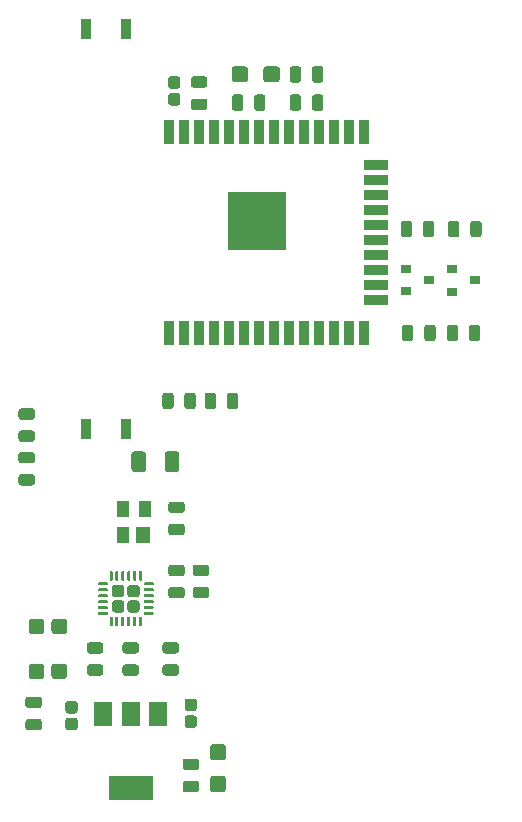
<source format=gbp>
G04 #@! TF.GenerationSoftware,KiCad,Pcbnew,(5.1.9)-1*
G04 #@! TF.CreationDate,2021-06-06T22:24:57-05:00*
G04 #@! TF.ProjectId,AirCloud,41697243-6c6f-4756-942e-6b696361645f,rev?*
G04 #@! TF.SameCoordinates,Original*
G04 #@! TF.FileFunction,Paste,Bot*
G04 #@! TF.FilePolarity,Positive*
%FSLAX46Y46*%
G04 Gerber Fmt 4.6, Leading zero omitted, Abs format (unit mm)*
G04 Created by KiCad (PCBNEW (5.1.9)-1) date 2021-06-06 22:24:57*
%MOMM*%
%LPD*%
G01*
G04 APERTURE LIST*
%ADD10R,0.900000X2.000000*%
%ADD11R,2.000000X0.900000*%
%ADD12R,5.000000X5.000000*%
%ADD13R,0.900000X1.700000*%
%ADD14R,0.900000X0.800000*%
%ADD15R,1.200000X1.400000*%
%ADD16R,1.000000X1.400000*%
%ADD17R,3.800000X2.000000*%
%ADD18R,1.500000X2.000000*%
G04 APERTURE END LIST*
D10*
X146745000Y-96100000D03*
X148015000Y-96100000D03*
X149285000Y-96100000D03*
X150555000Y-96100000D03*
X151825000Y-96100000D03*
X153095000Y-96100000D03*
X154365000Y-96100000D03*
X155635000Y-96100000D03*
X156905000Y-96100000D03*
X158175000Y-96100000D03*
X159445000Y-96100000D03*
X160715000Y-96100000D03*
X161985000Y-96100000D03*
X163255000Y-96100000D03*
D11*
X164255000Y-93315000D03*
X164255000Y-92045000D03*
X164255000Y-90775000D03*
X164255000Y-89505000D03*
X164255000Y-88235000D03*
X164255000Y-86965000D03*
X164255000Y-85695000D03*
X164255000Y-84425000D03*
X164255000Y-83155000D03*
X164255000Y-81885000D03*
D10*
X163255000Y-79100000D03*
X161985000Y-79100000D03*
X160715000Y-79100000D03*
X159445000Y-79100000D03*
X158175000Y-79100000D03*
X156905000Y-79100000D03*
X155635000Y-79100000D03*
X154365000Y-79100000D03*
X153095000Y-79100000D03*
X151825000Y-79100000D03*
X150555000Y-79100000D03*
X149285000Y-79100000D03*
X148015000Y-79100000D03*
X146745000Y-79100000D03*
D12*
X154245000Y-86600000D03*
G36*
G01*
X140043750Y-124150000D02*
X140956250Y-124150000D01*
G75*
G02*
X141200000Y-124393750I0J-243750D01*
G01*
X141200000Y-124881250D01*
G75*
G02*
X140956250Y-125125000I-243750J0D01*
G01*
X140043750Y-125125000D01*
G75*
G02*
X139800000Y-124881250I0J243750D01*
G01*
X139800000Y-124393750D01*
G75*
G02*
X140043750Y-124150000I243750J0D01*
G01*
G37*
G36*
G01*
X140043750Y-122275000D02*
X140956250Y-122275000D01*
G75*
G02*
X141200000Y-122518750I0J-243750D01*
G01*
X141200000Y-123006250D01*
G75*
G02*
X140956250Y-123250000I-243750J0D01*
G01*
X140043750Y-123250000D01*
G75*
G02*
X139800000Y-123006250I0J243750D01*
G01*
X139800000Y-122518750D01*
G75*
G02*
X140043750Y-122275000I243750J0D01*
G01*
G37*
G36*
G01*
X171250000Y-95643750D02*
X171250000Y-96556250D01*
G75*
G02*
X171006250Y-96800000I-243750J0D01*
G01*
X170518750Y-96800000D01*
G75*
G02*
X170275000Y-96556250I0J243750D01*
G01*
X170275000Y-95643750D01*
G75*
G02*
X170518750Y-95400000I243750J0D01*
G01*
X171006250Y-95400000D01*
G75*
G02*
X171250000Y-95643750I0J-243750D01*
G01*
G37*
G36*
G01*
X173125000Y-95643750D02*
X173125000Y-96556250D01*
G75*
G02*
X172881250Y-96800000I-243750J0D01*
G01*
X172393750Y-96800000D01*
G75*
G02*
X172150000Y-96556250I0J243750D01*
G01*
X172150000Y-95643750D01*
G75*
G02*
X172393750Y-95400000I243750J0D01*
G01*
X172881250Y-95400000D01*
G75*
G02*
X173125000Y-95643750I0J-243750D01*
G01*
G37*
G36*
G01*
X168250000Y-87756250D02*
X168250000Y-86843750D01*
G75*
G02*
X168493750Y-86600000I243750J0D01*
G01*
X168981250Y-86600000D01*
G75*
G02*
X169225000Y-86843750I0J-243750D01*
G01*
X169225000Y-87756250D01*
G75*
G02*
X168981250Y-88000000I-243750J0D01*
G01*
X168493750Y-88000000D01*
G75*
G02*
X168250000Y-87756250I0J243750D01*
G01*
G37*
G36*
G01*
X166375000Y-87756250D02*
X166375000Y-86843750D01*
G75*
G02*
X166618750Y-86600000I243750J0D01*
G01*
X167106250Y-86600000D01*
G75*
G02*
X167350000Y-86843750I0J-243750D01*
G01*
X167350000Y-87756250D01*
G75*
G02*
X167106250Y-88000000I-243750J0D01*
G01*
X166618750Y-88000000D01*
G75*
G02*
X166375000Y-87756250I0J243750D01*
G01*
G37*
D13*
X143100000Y-70400000D03*
X139700000Y-70400000D03*
G36*
G01*
X134843750Y-126895000D02*
X135756250Y-126895000D01*
G75*
G02*
X136000000Y-127138750I0J-243750D01*
G01*
X136000000Y-127626250D01*
G75*
G02*
X135756250Y-127870000I-243750J0D01*
G01*
X134843750Y-127870000D01*
G75*
G02*
X134600000Y-127626250I0J243750D01*
G01*
X134600000Y-127138750D01*
G75*
G02*
X134843750Y-126895000I243750J0D01*
G01*
G37*
G36*
G01*
X134843750Y-128770000D02*
X135756250Y-128770000D01*
G75*
G02*
X136000000Y-129013750I0J-243750D01*
G01*
X136000000Y-129501250D01*
G75*
G02*
X135756250Y-129745000I-243750J0D01*
G01*
X134843750Y-129745000D01*
G75*
G02*
X134600000Y-129501250I0J243750D01*
G01*
X134600000Y-129013750D01*
G75*
G02*
X134843750Y-128770000I243750J0D01*
G01*
G37*
G36*
G01*
X138224999Y-128675000D02*
X138775001Y-128675000D01*
G75*
G02*
X139025000Y-128924999I0J-249999D01*
G01*
X139025000Y-129500001D01*
G75*
G02*
X138775001Y-129750000I-249999J0D01*
G01*
X138224999Y-129750000D01*
G75*
G02*
X137975000Y-129500001I0J249999D01*
G01*
X137975000Y-128924999D01*
G75*
G02*
X138224999Y-128675000I249999J0D01*
G01*
G37*
G36*
G01*
X138224999Y-127250000D02*
X138775001Y-127250000D01*
G75*
G02*
X139025000Y-127499999I0J-249999D01*
G01*
X139025000Y-128075001D01*
G75*
G02*
X138775001Y-128325000I-249999J0D01*
G01*
X138224999Y-128325000D01*
G75*
G02*
X137975000Y-128075001I0J249999D01*
G01*
X137975000Y-127499999D01*
G75*
G02*
X138224999Y-127250000I249999J0D01*
G01*
G37*
G36*
G01*
X148143750Y-134015000D02*
X149056250Y-134015000D01*
G75*
G02*
X149300000Y-134258750I0J-243750D01*
G01*
X149300000Y-134746250D01*
G75*
G02*
X149056250Y-134990000I-243750J0D01*
G01*
X148143750Y-134990000D01*
G75*
G02*
X147900000Y-134746250I0J243750D01*
G01*
X147900000Y-134258750D01*
G75*
G02*
X148143750Y-134015000I243750J0D01*
G01*
G37*
G36*
G01*
X148143750Y-132140000D02*
X149056250Y-132140000D01*
G75*
G02*
X149300000Y-132383750I0J-243750D01*
G01*
X149300000Y-132871250D01*
G75*
G02*
X149056250Y-133115000I-243750J0D01*
G01*
X148143750Y-133115000D01*
G75*
G02*
X147900000Y-132871250I0J243750D01*
G01*
X147900000Y-132383750D01*
G75*
G02*
X148143750Y-132140000I243750J0D01*
G01*
G37*
G36*
G01*
X150474999Y-133595000D02*
X151325001Y-133595000D01*
G75*
G02*
X151575000Y-133844999I0J-249999D01*
G01*
X151575000Y-134745001D01*
G75*
G02*
X151325001Y-134995000I-249999J0D01*
G01*
X150474999Y-134995000D01*
G75*
G02*
X150225000Y-134745001I0J249999D01*
G01*
X150225000Y-133844999D01*
G75*
G02*
X150474999Y-133595000I249999J0D01*
G01*
G37*
G36*
G01*
X150474999Y-130895000D02*
X151325001Y-130895000D01*
G75*
G02*
X151575000Y-131144999I0J-249999D01*
G01*
X151575000Y-132045001D01*
G75*
G02*
X151325001Y-132295000I-249999J0D01*
G01*
X150474999Y-132295000D01*
G75*
G02*
X150225000Y-132045001I0J249999D01*
G01*
X150225000Y-131144999D01*
G75*
G02*
X150474999Y-130895000I249999J0D01*
G01*
G37*
G36*
G01*
X169325000Y-95643750D02*
X169325000Y-96556250D01*
G75*
G02*
X169081250Y-96800000I-243750J0D01*
G01*
X168593750Y-96800000D01*
G75*
G02*
X168350000Y-96556250I0J243750D01*
G01*
X168350000Y-95643750D01*
G75*
G02*
X168593750Y-95400000I243750J0D01*
G01*
X169081250Y-95400000D01*
G75*
G02*
X169325000Y-95643750I0J-243750D01*
G01*
G37*
G36*
G01*
X167450000Y-95643750D02*
X167450000Y-96556250D01*
G75*
G02*
X167206250Y-96800000I-243750J0D01*
G01*
X166718750Y-96800000D01*
G75*
G02*
X166475000Y-96556250I0J243750D01*
G01*
X166475000Y-95643750D01*
G75*
G02*
X166718750Y-95400000I243750J0D01*
G01*
X167206250Y-95400000D01*
G75*
G02*
X167450000Y-95643750I0J-243750D01*
G01*
G37*
G36*
G01*
X171350000Y-86843750D02*
X171350000Y-87756250D01*
G75*
G02*
X171106250Y-88000000I-243750J0D01*
G01*
X170618750Y-88000000D01*
G75*
G02*
X170375000Y-87756250I0J243750D01*
G01*
X170375000Y-86843750D01*
G75*
G02*
X170618750Y-86600000I243750J0D01*
G01*
X171106250Y-86600000D01*
G75*
G02*
X171350000Y-86843750I0J-243750D01*
G01*
G37*
G36*
G01*
X173225000Y-86843750D02*
X173225000Y-87756250D01*
G75*
G02*
X172981250Y-88000000I-243750J0D01*
G01*
X172493750Y-88000000D01*
G75*
G02*
X172250000Y-87756250I0J243750D01*
G01*
X172250000Y-86843750D01*
G75*
G02*
X172493750Y-86600000I243750J0D01*
G01*
X172981250Y-86600000D01*
G75*
G02*
X173225000Y-86843750I0J-243750D01*
G01*
G37*
G36*
G01*
X149756250Y-75350000D02*
X148843750Y-75350000D01*
G75*
G02*
X148600000Y-75106250I0J243750D01*
G01*
X148600000Y-74618750D01*
G75*
G02*
X148843750Y-74375000I243750J0D01*
G01*
X149756250Y-74375000D01*
G75*
G02*
X150000000Y-74618750I0J-243750D01*
G01*
X150000000Y-75106250D01*
G75*
G02*
X149756250Y-75350000I-243750J0D01*
G01*
G37*
G36*
G01*
X149756250Y-77225000D02*
X148843750Y-77225000D01*
G75*
G02*
X148600000Y-76981250I0J243750D01*
G01*
X148600000Y-76493750D01*
G75*
G02*
X148843750Y-76250000I243750J0D01*
G01*
X149756250Y-76250000D01*
G75*
G02*
X150000000Y-76493750I0J-243750D01*
G01*
X150000000Y-76981250D01*
G75*
G02*
X149756250Y-77225000I-243750J0D01*
G01*
G37*
G36*
G01*
X156975000Y-77056250D02*
X156975000Y-76143750D01*
G75*
G02*
X157218750Y-75900000I243750J0D01*
G01*
X157706250Y-75900000D01*
G75*
G02*
X157950000Y-76143750I0J-243750D01*
G01*
X157950000Y-77056250D01*
G75*
G02*
X157706250Y-77300000I-243750J0D01*
G01*
X157218750Y-77300000D01*
G75*
G02*
X156975000Y-77056250I0J243750D01*
G01*
G37*
G36*
G01*
X158850000Y-77056250D02*
X158850000Y-76143750D01*
G75*
G02*
X159093750Y-75900000I243750J0D01*
G01*
X159581250Y-75900000D01*
G75*
G02*
X159825000Y-76143750I0J-243750D01*
G01*
X159825000Y-77056250D01*
G75*
G02*
X159581250Y-77300000I-243750J0D01*
G01*
X159093750Y-77300000D01*
G75*
G02*
X158850000Y-77056250I0J243750D01*
G01*
G37*
G36*
G01*
X156150000Y-73774999D02*
X156150000Y-74625001D01*
G75*
G02*
X155900001Y-74875000I-249999J0D01*
G01*
X154999999Y-74875000D01*
G75*
G02*
X154750000Y-74625001I0J249999D01*
G01*
X154750000Y-73774999D01*
G75*
G02*
X154999999Y-73525000I249999J0D01*
G01*
X155900001Y-73525000D01*
G75*
G02*
X156150000Y-73774999I0J-249999D01*
G01*
G37*
G36*
G01*
X153450000Y-73774999D02*
X153450000Y-74625001D01*
G75*
G02*
X153200001Y-74875000I-249999J0D01*
G01*
X152299999Y-74875000D01*
G75*
G02*
X152050000Y-74625001I0J249999D01*
G01*
X152050000Y-73774999D01*
G75*
G02*
X152299999Y-73525000I249999J0D01*
G01*
X153200001Y-73525000D01*
G75*
G02*
X153450000Y-73774999I0J-249999D01*
G01*
G37*
G36*
G01*
X158850000Y-74656250D02*
X158850000Y-73743750D01*
G75*
G02*
X159093750Y-73500000I243750J0D01*
G01*
X159581250Y-73500000D01*
G75*
G02*
X159825000Y-73743750I0J-243750D01*
G01*
X159825000Y-74656250D01*
G75*
G02*
X159581250Y-74900000I-243750J0D01*
G01*
X159093750Y-74900000D01*
G75*
G02*
X158850000Y-74656250I0J243750D01*
G01*
G37*
G36*
G01*
X156975000Y-74656250D02*
X156975000Y-73743750D01*
G75*
G02*
X157218750Y-73500000I243750J0D01*
G01*
X157706250Y-73500000D01*
G75*
G02*
X157950000Y-73743750I0J-243750D01*
G01*
X157950000Y-74656250D01*
G75*
G02*
X157706250Y-74900000I-243750J0D01*
G01*
X157218750Y-74900000D01*
G75*
G02*
X156975000Y-74656250I0J243750D01*
G01*
G37*
G36*
G01*
X147475001Y-76850000D02*
X146924999Y-76850000D01*
G75*
G02*
X146675000Y-76600001I0J249999D01*
G01*
X146675000Y-76024999D01*
G75*
G02*
X146924999Y-75775000I249999J0D01*
G01*
X147475001Y-75775000D01*
G75*
G02*
X147725000Y-76024999I0J-249999D01*
G01*
X147725000Y-76600001D01*
G75*
G02*
X147475001Y-76850000I-249999J0D01*
G01*
G37*
G36*
G01*
X147475001Y-75425000D02*
X146924999Y-75425000D01*
G75*
G02*
X146675000Y-75175001I0J249999D01*
G01*
X146675000Y-74599999D01*
G75*
G02*
X146924999Y-74350000I249999J0D01*
G01*
X147475001Y-74350000D01*
G75*
G02*
X147725000Y-74599999I0J-249999D01*
G01*
X147725000Y-75175001D01*
G75*
G02*
X147475001Y-75425000I-249999J0D01*
G01*
G37*
G36*
G01*
X138125000Y-120550000D02*
X138125000Y-121350000D01*
G75*
G02*
X137875000Y-121600000I-250000J0D01*
G01*
X137050000Y-121600000D01*
G75*
G02*
X136800000Y-121350000I0J250000D01*
G01*
X136800000Y-120550000D01*
G75*
G02*
X137050000Y-120300000I250000J0D01*
G01*
X137875000Y-120300000D01*
G75*
G02*
X138125000Y-120550000I0J-250000D01*
G01*
G37*
G36*
G01*
X136200000Y-120550000D02*
X136200000Y-121350000D01*
G75*
G02*
X135950000Y-121600000I-250000J0D01*
G01*
X135125000Y-121600000D01*
G75*
G02*
X134875000Y-121350000I0J250000D01*
G01*
X134875000Y-120550000D01*
G75*
G02*
X135125000Y-120300000I250000J0D01*
G01*
X135950000Y-120300000D01*
G75*
G02*
X136200000Y-120550000I0J-250000D01*
G01*
G37*
G36*
G01*
X147625000Y-106375000D02*
X147625000Y-107625000D01*
G75*
G02*
X147375000Y-107875000I-250000J0D01*
G01*
X146625000Y-107875000D01*
G75*
G02*
X146375000Y-107625000I0J250000D01*
G01*
X146375000Y-106375000D01*
G75*
G02*
X146625000Y-106125000I250000J0D01*
G01*
X147375000Y-106125000D01*
G75*
G02*
X147625000Y-106375000I0J-250000D01*
G01*
G37*
G36*
G01*
X144825000Y-106375000D02*
X144825000Y-107625000D01*
G75*
G02*
X144575000Y-107875000I-250000J0D01*
G01*
X143825000Y-107875000D01*
G75*
G02*
X143575000Y-107625000I0J250000D01*
G01*
X143575000Y-106375000D01*
G75*
G02*
X143825000Y-106125000I250000J0D01*
G01*
X144575000Y-106125000D01*
G75*
G02*
X144825000Y-106375000I0J-250000D01*
G01*
G37*
D14*
X172700000Y-91650000D03*
X170700000Y-90700000D03*
X170700000Y-92600000D03*
X166800000Y-92550000D03*
X166800000Y-90650000D03*
X168800000Y-91600000D03*
G36*
G01*
X142174999Y-117425000D02*
X142725001Y-117425000D01*
G75*
G02*
X142975000Y-117674999I0J-249999D01*
G01*
X142975000Y-118225001D01*
G75*
G02*
X142725001Y-118475000I-249999J0D01*
G01*
X142174999Y-118475000D01*
G75*
G02*
X141925000Y-118225001I0J249999D01*
G01*
X141925000Y-117674999D01*
G75*
G02*
X142174999Y-117425000I249999J0D01*
G01*
G37*
G36*
G01*
X143474999Y-117425000D02*
X144025001Y-117425000D01*
G75*
G02*
X144275000Y-117674999I0J-249999D01*
G01*
X144275000Y-118225001D01*
G75*
G02*
X144025001Y-118475000I-249999J0D01*
G01*
X143474999Y-118475000D01*
G75*
G02*
X143225000Y-118225001I0J249999D01*
G01*
X143225000Y-117674999D01*
G75*
G02*
X143474999Y-117425000I249999J0D01*
G01*
G37*
G36*
G01*
X142174999Y-118725000D02*
X142725001Y-118725000D01*
G75*
G02*
X142975000Y-118974999I0J-249999D01*
G01*
X142975000Y-119525001D01*
G75*
G02*
X142725001Y-119775000I-249999J0D01*
G01*
X142174999Y-119775000D01*
G75*
G02*
X141925000Y-119525001I0J249999D01*
G01*
X141925000Y-118974999D01*
G75*
G02*
X142174999Y-118725000I249999J0D01*
G01*
G37*
G36*
G01*
X143474999Y-118725000D02*
X144025001Y-118725000D01*
G75*
G02*
X144275000Y-118974999I0J-249999D01*
G01*
X144275000Y-119525001D01*
G75*
G02*
X144025001Y-119775000I-249999J0D01*
G01*
X143474999Y-119775000D01*
G75*
G02*
X143225000Y-119525001I0J249999D01*
G01*
X143225000Y-118974999D01*
G75*
G02*
X143474999Y-118725000I249999J0D01*
G01*
G37*
G36*
G01*
X141787500Y-116250000D02*
X141912500Y-116250000D01*
G75*
G02*
X141975000Y-116312500I0J-62500D01*
G01*
X141975000Y-117012500D01*
G75*
G02*
X141912500Y-117075000I-62500J0D01*
G01*
X141787500Y-117075000D01*
G75*
G02*
X141725000Y-117012500I0J62500D01*
G01*
X141725000Y-116312500D01*
G75*
G02*
X141787500Y-116250000I62500J0D01*
G01*
G37*
G36*
G01*
X142287500Y-116250000D02*
X142412500Y-116250000D01*
G75*
G02*
X142475000Y-116312500I0J-62500D01*
G01*
X142475000Y-117012500D01*
G75*
G02*
X142412500Y-117075000I-62500J0D01*
G01*
X142287500Y-117075000D01*
G75*
G02*
X142225000Y-117012500I0J62500D01*
G01*
X142225000Y-116312500D01*
G75*
G02*
X142287500Y-116250000I62500J0D01*
G01*
G37*
G36*
G01*
X142787500Y-116250000D02*
X142912500Y-116250000D01*
G75*
G02*
X142975000Y-116312500I0J-62500D01*
G01*
X142975000Y-117012500D01*
G75*
G02*
X142912500Y-117075000I-62500J0D01*
G01*
X142787500Y-117075000D01*
G75*
G02*
X142725000Y-117012500I0J62500D01*
G01*
X142725000Y-116312500D01*
G75*
G02*
X142787500Y-116250000I62500J0D01*
G01*
G37*
G36*
G01*
X143287500Y-116250000D02*
X143412500Y-116250000D01*
G75*
G02*
X143475000Y-116312500I0J-62500D01*
G01*
X143475000Y-117012500D01*
G75*
G02*
X143412500Y-117075000I-62500J0D01*
G01*
X143287500Y-117075000D01*
G75*
G02*
X143225000Y-117012500I0J62500D01*
G01*
X143225000Y-116312500D01*
G75*
G02*
X143287500Y-116250000I62500J0D01*
G01*
G37*
G36*
G01*
X143787500Y-116250000D02*
X143912500Y-116250000D01*
G75*
G02*
X143975000Y-116312500I0J-62500D01*
G01*
X143975000Y-117012500D01*
G75*
G02*
X143912500Y-117075000I-62500J0D01*
G01*
X143787500Y-117075000D01*
G75*
G02*
X143725000Y-117012500I0J62500D01*
G01*
X143725000Y-116312500D01*
G75*
G02*
X143787500Y-116250000I62500J0D01*
G01*
G37*
G36*
G01*
X144287500Y-116250000D02*
X144412500Y-116250000D01*
G75*
G02*
X144475000Y-116312500I0J-62500D01*
G01*
X144475000Y-117012500D01*
G75*
G02*
X144412500Y-117075000I-62500J0D01*
G01*
X144287500Y-117075000D01*
G75*
G02*
X144225000Y-117012500I0J62500D01*
G01*
X144225000Y-116312500D01*
G75*
G02*
X144287500Y-116250000I62500J0D01*
G01*
G37*
G36*
G01*
X144687500Y-117225000D02*
X145387500Y-117225000D01*
G75*
G02*
X145450000Y-117287500I0J-62500D01*
G01*
X145450000Y-117412500D01*
G75*
G02*
X145387500Y-117475000I-62500J0D01*
G01*
X144687500Y-117475000D01*
G75*
G02*
X144625000Y-117412500I0J62500D01*
G01*
X144625000Y-117287500D01*
G75*
G02*
X144687500Y-117225000I62500J0D01*
G01*
G37*
G36*
G01*
X144687500Y-117725000D02*
X145387500Y-117725000D01*
G75*
G02*
X145450000Y-117787500I0J-62500D01*
G01*
X145450000Y-117912500D01*
G75*
G02*
X145387500Y-117975000I-62500J0D01*
G01*
X144687500Y-117975000D01*
G75*
G02*
X144625000Y-117912500I0J62500D01*
G01*
X144625000Y-117787500D01*
G75*
G02*
X144687500Y-117725000I62500J0D01*
G01*
G37*
G36*
G01*
X144687500Y-118225000D02*
X145387500Y-118225000D01*
G75*
G02*
X145450000Y-118287500I0J-62500D01*
G01*
X145450000Y-118412500D01*
G75*
G02*
X145387500Y-118475000I-62500J0D01*
G01*
X144687500Y-118475000D01*
G75*
G02*
X144625000Y-118412500I0J62500D01*
G01*
X144625000Y-118287500D01*
G75*
G02*
X144687500Y-118225000I62500J0D01*
G01*
G37*
G36*
G01*
X144687500Y-118725000D02*
X145387500Y-118725000D01*
G75*
G02*
X145450000Y-118787500I0J-62500D01*
G01*
X145450000Y-118912500D01*
G75*
G02*
X145387500Y-118975000I-62500J0D01*
G01*
X144687500Y-118975000D01*
G75*
G02*
X144625000Y-118912500I0J62500D01*
G01*
X144625000Y-118787500D01*
G75*
G02*
X144687500Y-118725000I62500J0D01*
G01*
G37*
G36*
G01*
X144687500Y-119225000D02*
X145387500Y-119225000D01*
G75*
G02*
X145450000Y-119287500I0J-62500D01*
G01*
X145450000Y-119412500D01*
G75*
G02*
X145387500Y-119475000I-62500J0D01*
G01*
X144687500Y-119475000D01*
G75*
G02*
X144625000Y-119412500I0J62500D01*
G01*
X144625000Y-119287500D01*
G75*
G02*
X144687500Y-119225000I62500J0D01*
G01*
G37*
G36*
G01*
X144687500Y-119725000D02*
X145387500Y-119725000D01*
G75*
G02*
X145450000Y-119787500I0J-62500D01*
G01*
X145450000Y-119912500D01*
G75*
G02*
X145387500Y-119975000I-62500J0D01*
G01*
X144687500Y-119975000D01*
G75*
G02*
X144625000Y-119912500I0J62500D01*
G01*
X144625000Y-119787500D01*
G75*
G02*
X144687500Y-119725000I62500J0D01*
G01*
G37*
G36*
G01*
X144287500Y-120125000D02*
X144412500Y-120125000D01*
G75*
G02*
X144475000Y-120187500I0J-62500D01*
G01*
X144475000Y-120887500D01*
G75*
G02*
X144412500Y-120950000I-62500J0D01*
G01*
X144287500Y-120950000D01*
G75*
G02*
X144225000Y-120887500I0J62500D01*
G01*
X144225000Y-120187500D01*
G75*
G02*
X144287500Y-120125000I62500J0D01*
G01*
G37*
G36*
G01*
X143787500Y-120125000D02*
X143912500Y-120125000D01*
G75*
G02*
X143975000Y-120187500I0J-62500D01*
G01*
X143975000Y-120887500D01*
G75*
G02*
X143912500Y-120950000I-62500J0D01*
G01*
X143787500Y-120950000D01*
G75*
G02*
X143725000Y-120887500I0J62500D01*
G01*
X143725000Y-120187500D01*
G75*
G02*
X143787500Y-120125000I62500J0D01*
G01*
G37*
G36*
G01*
X143287500Y-120125000D02*
X143412500Y-120125000D01*
G75*
G02*
X143475000Y-120187500I0J-62500D01*
G01*
X143475000Y-120887500D01*
G75*
G02*
X143412500Y-120950000I-62500J0D01*
G01*
X143287500Y-120950000D01*
G75*
G02*
X143225000Y-120887500I0J62500D01*
G01*
X143225000Y-120187500D01*
G75*
G02*
X143287500Y-120125000I62500J0D01*
G01*
G37*
G36*
G01*
X142787500Y-120125000D02*
X142912500Y-120125000D01*
G75*
G02*
X142975000Y-120187500I0J-62500D01*
G01*
X142975000Y-120887500D01*
G75*
G02*
X142912500Y-120950000I-62500J0D01*
G01*
X142787500Y-120950000D01*
G75*
G02*
X142725000Y-120887500I0J62500D01*
G01*
X142725000Y-120187500D01*
G75*
G02*
X142787500Y-120125000I62500J0D01*
G01*
G37*
G36*
G01*
X142287500Y-120125000D02*
X142412500Y-120125000D01*
G75*
G02*
X142475000Y-120187500I0J-62500D01*
G01*
X142475000Y-120887500D01*
G75*
G02*
X142412500Y-120950000I-62500J0D01*
G01*
X142287500Y-120950000D01*
G75*
G02*
X142225000Y-120887500I0J62500D01*
G01*
X142225000Y-120187500D01*
G75*
G02*
X142287500Y-120125000I62500J0D01*
G01*
G37*
G36*
G01*
X141787500Y-120125000D02*
X141912500Y-120125000D01*
G75*
G02*
X141975000Y-120187500I0J-62500D01*
G01*
X141975000Y-120887500D01*
G75*
G02*
X141912500Y-120950000I-62500J0D01*
G01*
X141787500Y-120950000D01*
G75*
G02*
X141725000Y-120887500I0J62500D01*
G01*
X141725000Y-120187500D01*
G75*
G02*
X141787500Y-120125000I62500J0D01*
G01*
G37*
G36*
G01*
X140812500Y-119725000D02*
X141512500Y-119725000D01*
G75*
G02*
X141575000Y-119787500I0J-62500D01*
G01*
X141575000Y-119912500D01*
G75*
G02*
X141512500Y-119975000I-62500J0D01*
G01*
X140812500Y-119975000D01*
G75*
G02*
X140750000Y-119912500I0J62500D01*
G01*
X140750000Y-119787500D01*
G75*
G02*
X140812500Y-119725000I62500J0D01*
G01*
G37*
G36*
G01*
X140812500Y-119225000D02*
X141512500Y-119225000D01*
G75*
G02*
X141575000Y-119287500I0J-62500D01*
G01*
X141575000Y-119412500D01*
G75*
G02*
X141512500Y-119475000I-62500J0D01*
G01*
X140812500Y-119475000D01*
G75*
G02*
X140750000Y-119412500I0J62500D01*
G01*
X140750000Y-119287500D01*
G75*
G02*
X140812500Y-119225000I62500J0D01*
G01*
G37*
G36*
G01*
X140812500Y-118725000D02*
X141512500Y-118725000D01*
G75*
G02*
X141575000Y-118787500I0J-62500D01*
G01*
X141575000Y-118912500D01*
G75*
G02*
X141512500Y-118975000I-62500J0D01*
G01*
X140812500Y-118975000D01*
G75*
G02*
X140750000Y-118912500I0J62500D01*
G01*
X140750000Y-118787500D01*
G75*
G02*
X140812500Y-118725000I62500J0D01*
G01*
G37*
G36*
G01*
X140812500Y-118225000D02*
X141512500Y-118225000D01*
G75*
G02*
X141575000Y-118287500I0J-62500D01*
G01*
X141575000Y-118412500D01*
G75*
G02*
X141512500Y-118475000I-62500J0D01*
G01*
X140812500Y-118475000D01*
G75*
G02*
X140750000Y-118412500I0J62500D01*
G01*
X140750000Y-118287500D01*
G75*
G02*
X140812500Y-118225000I62500J0D01*
G01*
G37*
G36*
G01*
X140812500Y-117725000D02*
X141512500Y-117725000D01*
G75*
G02*
X141575000Y-117787500I0J-62500D01*
G01*
X141575000Y-117912500D01*
G75*
G02*
X141512500Y-117975000I-62500J0D01*
G01*
X140812500Y-117975000D01*
G75*
G02*
X140750000Y-117912500I0J62500D01*
G01*
X140750000Y-117787500D01*
G75*
G02*
X140812500Y-117725000I62500J0D01*
G01*
G37*
G36*
G01*
X140812500Y-117225000D02*
X141512500Y-117225000D01*
G75*
G02*
X141575000Y-117287500I0J-62500D01*
G01*
X141575000Y-117412500D01*
G75*
G02*
X141512500Y-117475000I-62500J0D01*
G01*
X140812500Y-117475000D01*
G75*
G02*
X140750000Y-117412500I0J62500D01*
G01*
X140750000Y-117287500D01*
G75*
G02*
X140812500Y-117225000I62500J0D01*
G01*
G37*
G36*
G01*
X135156250Y-109025000D02*
X134243750Y-109025000D01*
G75*
G02*
X134000000Y-108781250I0J243750D01*
G01*
X134000000Y-108293750D01*
G75*
G02*
X134243750Y-108050000I243750J0D01*
G01*
X135156250Y-108050000D01*
G75*
G02*
X135400000Y-108293750I0J-243750D01*
G01*
X135400000Y-108781250D01*
G75*
G02*
X135156250Y-109025000I-243750J0D01*
G01*
G37*
G36*
G01*
X135156250Y-107150000D02*
X134243750Y-107150000D01*
G75*
G02*
X134000000Y-106906250I0J243750D01*
G01*
X134000000Y-106418750D01*
G75*
G02*
X134243750Y-106175000I243750J0D01*
G01*
X135156250Y-106175000D01*
G75*
G02*
X135400000Y-106418750I0J-243750D01*
G01*
X135400000Y-106906250D01*
G75*
G02*
X135156250Y-107150000I-243750J0D01*
G01*
G37*
G36*
G01*
X148875001Y-129550000D02*
X148324999Y-129550000D01*
G75*
G02*
X148075000Y-129300001I0J249999D01*
G01*
X148075000Y-128724999D01*
G75*
G02*
X148324999Y-128475000I249999J0D01*
G01*
X148875001Y-128475000D01*
G75*
G02*
X149125000Y-128724999I0J-249999D01*
G01*
X149125000Y-129300001D01*
G75*
G02*
X148875001Y-129550000I-249999J0D01*
G01*
G37*
G36*
G01*
X148875001Y-128125000D02*
X148324999Y-128125000D01*
G75*
G02*
X148075000Y-127875001I0J249999D01*
G01*
X148075000Y-127299999D01*
G75*
G02*
X148324999Y-127050000I249999J0D01*
G01*
X148875001Y-127050000D01*
G75*
G02*
X149125000Y-127299999I0J-249999D01*
G01*
X149125000Y-127875001D01*
G75*
G02*
X148875001Y-128125000I-249999J0D01*
G01*
G37*
G36*
G01*
X138125000Y-124350000D02*
X138125000Y-125150000D01*
G75*
G02*
X137875000Y-125400000I-250000J0D01*
G01*
X137050000Y-125400000D01*
G75*
G02*
X136800000Y-125150000I0J250000D01*
G01*
X136800000Y-124350000D01*
G75*
G02*
X137050000Y-124100000I250000J0D01*
G01*
X137875000Y-124100000D01*
G75*
G02*
X138125000Y-124350000I0J-250000D01*
G01*
G37*
G36*
G01*
X136200000Y-124350000D02*
X136200000Y-125150000D01*
G75*
G02*
X135950000Y-125400000I-250000J0D01*
G01*
X135125000Y-125400000D01*
G75*
G02*
X134875000Y-125150000I0J250000D01*
G01*
X134875000Y-124350000D01*
G75*
G02*
X135125000Y-124100000I250000J0D01*
G01*
X135950000Y-124100000D01*
G75*
G02*
X136200000Y-124350000I0J-250000D01*
G01*
G37*
D15*
X144570000Y-113200000D03*
D16*
X142850000Y-113200000D03*
X142850000Y-111000000D03*
X144750000Y-111000000D03*
G36*
G01*
X148993750Y-115712500D02*
X149906250Y-115712500D01*
G75*
G02*
X150150000Y-115956250I0J-243750D01*
G01*
X150150000Y-116443750D01*
G75*
G02*
X149906250Y-116687500I-243750J0D01*
G01*
X148993750Y-116687500D01*
G75*
G02*
X148750000Y-116443750I0J243750D01*
G01*
X148750000Y-115956250D01*
G75*
G02*
X148993750Y-115712500I243750J0D01*
G01*
G37*
G36*
G01*
X148993750Y-117587500D02*
X149906250Y-117587500D01*
G75*
G02*
X150150000Y-117831250I0J-243750D01*
G01*
X150150000Y-118318750D01*
G75*
G02*
X149906250Y-118562500I-243750J0D01*
G01*
X148993750Y-118562500D01*
G75*
G02*
X148750000Y-118318750I0J243750D01*
G01*
X148750000Y-117831250D01*
G75*
G02*
X148993750Y-117587500I243750J0D01*
G01*
G37*
G36*
G01*
X147856250Y-113225000D02*
X146943750Y-113225000D01*
G75*
G02*
X146700000Y-112981250I0J243750D01*
G01*
X146700000Y-112493750D01*
G75*
G02*
X146943750Y-112250000I243750J0D01*
G01*
X147856250Y-112250000D01*
G75*
G02*
X148100000Y-112493750I0J-243750D01*
G01*
X148100000Y-112981250D01*
G75*
G02*
X147856250Y-113225000I-243750J0D01*
G01*
G37*
G36*
G01*
X147856250Y-111350000D02*
X146943750Y-111350000D01*
G75*
G02*
X146700000Y-111106250I0J243750D01*
G01*
X146700000Y-110618750D01*
G75*
G02*
X146943750Y-110375000I243750J0D01*
G01*
X147856250Y-110375000D01*
G75*
G02*
X148100000Y-110618750I0J-243750D01*
G01*
X148100000Y-111106250D01*
G75*
G02*
X147856250Y-111350000I-243750J0D01*
G01*
G37*
G36*
G01*
X135156250Y-105325000D02*
X134243750Y-105325000D01*
G75*
G02*
X134000000Y-105081250I0J243750D01*
G01*
X134000000Y-104593750D01*
G75*
G02*
X134243750Y-104350000I243750J0D01*
G01*
X135156250Y-104350000D01*
G75*
G02*
X135400000Y-104593750I0J-243750D01*
G01*
X135400000Y-105081250D01*
G75*
G02*
X135156250Y-105325000I-243750J0D01*
G01*
G37*
G36*
G01*
X135156250Y-103450000D02*
X134243750Y-103450000D01*
G75*
G02*
X134000000Y-103206250I0J243750D01*
G01*
X134000000Y-102718750D01*
G75*
G02*
X134243750Y-102475000I243750J0D01*
G01*
X135156250Y-102475000D01*
G75*
G02*
X135400000Y-102718750I0J-243750D01*
G01*
X135400000Y-103206250D01*
G75*
G02*
X135156250Y-103450000I-243750J0D01*
G01*
G37*
G36*
G01*
X147856250Y-116700000D02*
X146943750Y-116700000D01*
G75*
G02*
X146700000Y-116456250I0J243750D01*
G01*
X146700000Y-115968750D01*
G75*
G02*
X146943750Y-115725000I243750J0D01*
G01*
X147856250Y-115725000D01*
G75*
G02*
X148100000Y-115968750I0J-243750D01*
G01*
X148100000Y-116456250D01*
G75*
G02*
X147856250Y-116700000I-243750J0D01*
G01*
G37*
G36*
G01*
X147856250Y-118575000D02*
X146943750Y-118575000D01*
G75*
G02*
X146700000Y-118331250I0J243750D01*
G01*
X146700000Y-117843750D01*
G75*
G02*
X146943750Y-117600000I243750J0D01*
G01*
X147856250Y-117600000D01*
G75*
G02*
X148100000Y-117843750I0J-243750D01*
G01*
X148100000Y-118331250D01*
G75*
G02*
X147856250Y-118575000I-243750J0D01*
G01*
G37*
G36*
G01*
X153050000Y-76143750D02*
X153050000Y-77056250D01*
G75*
G02*
X152806250Y-77300000I-243750J0D01*
G01*
X152318750Y-77300000D01*
G75*
G02*
X152075000Y-77056250I0J243750D01*
G01*
X152075000Y-76143750D01*
G75*
G02*
X152318750Y-75900000I243750J0D01*
G01*
X152806250Y-75900000D01*
G75*
G02*
X153050000Y-76143750I0J-243750D01*
G01*
G37*
G36*
G01*
X154925000Y-76143750D02*
X154925000Y-77056250D01*
G75*
G02*
X154681250Y-77300000I-243750J0D01*
G01*
X154193750Y-77300000D01*
G75*
G02*
X153950000Y-77056250I0J243750D01*
G01*
X153950000Y-76143750D01*
G75*
G02*
X154193750Y-75900000I243750J0D01*
G01*
X154681250Y-75900000D01*
G75*
G02*
X154925000Y-76143750I0J-243750D01*
G01*
G37*
G36*
G01*
X148050000Y-102306250D02*
X148050000Y-101393750D01*
G75*
G02*
X148293750Y-101150000I243750J0D01*
G01*
X148781250Y-101150000D01*
G75*
G02*
X149025000Y-101393750I0J-243750D01*
G01*
X149025000Y-102306250D01*
G75*
G02*
X148781250Y-102550000I-243750J0D01*
G01*
X148293750Y-102550000D01*
G75*
G02*
X148050000Y-102306250I0J243750D01*
G01*
G37*
G36*
G01*
X146175000Y-102306250D02*
X146175000Y-101393750D01*
G75*
G02*
X146418750Y-101150000I243750J0D01*
G01*
X146906250Y-101150000D01*
G75*
G02*
X147150000Y-101393750I0J-243750D01*
G01*
X147150000Y-102306250D01*
G75*
G02*
X146906250Y-102550000I-243750J0D01*
G01*
X146418750Y-102550000D01*
G75*
G02*
X146175000Y-102306250I0J243750D01*
G01*
G37*
G36*
G01*
X149775000Y-102306250D02*
X149775000Y-101393750D01*
G75*
G02*
X150018750Y-101150000I243750J0D01*
G01*
X150506250Y-101150000D01*
G75*
G02*
X150750000Y-101393750I0J-243750D01*
G01*
X150750000Y-102306250D01*
G75*
G02*
X150506250Y-102550000I-243750J0D01*
G01*
X150018750Y-102550000D01*
G75*
G02*
X149775000Y-102306250I0J243750D01*
G01*
G37*
G36*
G01*
X151650000Y-102306250D02*
X151650000Y-101393750D01*
G75*
G02*
X151893750Y-101150000I243750J0D01*
G01*
X152381250Y-101150000D01*
G75*
G02*
X152625000Y-101393750I0J-243750D01*
G01*
X152625000Y-102306250D01*
G75*
G02*
X152381250Y-102550000I-243750J0D01*
G01*
X151893750Y-102550000D01*
G75*
G02*
X151650000Y-102306250I0J243750D01*
G01*
G37*
G36*
G01*
X143956250Y-125125000D02*
X143043750Y-125125000D01*
G75*
G02*
X142800000Y-124881250I0J243750D01*
G01*
X142800000Y-124393750D01*
G75*
G02*
X143043750Y-124150000I243750J0D01*
G01*
X143956250Y-124150000D01*
G75*
G02*
X144200000Y-124393750I0J-243750D01*
G01*
X144200000Y-124881250D01*
G75*
G02*
X143956250Y-125125000I-243750J0D01*
G01*
G37*
G36*
G01*
X143956250Y-123250000D02*
X143043750Y-123250000D01*
G75*
G02*
X142800000Y-123006250I0J243750D01*
G01*
X142800000Y-122518750D01*
G75*
G02*
X143043750Y-122275000I243750J0D01*
G01*
X143956250Y-122275000D01*
G75*
G02*
X144200000Y-122518750I0J-243750D01*
G01*
X144200000Y-123006250D01*
G75*
G02*
X143956250Y-123250000I-243750J0D01*
G01*
G37*
G36*
G01*
X147356250Y-123250000D02*
X146443750Y-123250000D01*
G75*
G02*
X146200000Y-123006250I0J243750D01*
G01*
X146200000Y-122518750D01*
G75*
G02*
X146443750Y-122275000I243750J0D01*
G01*
X147356250Y-122275000D01*
G75*
G02*
X147600000Y-122518750I0J-243750D01*
G01*
X147600000Y-123006250D01*
G75*
G02*
X147356250Y-123250000I-243750J0D01*
G01*
G37*
G36*
G01*
X147356250Y-125125000D02*
X146443750Y-125125000D01*
G75*
G02*
X146200000Y-124881250I0J243750D01*
G01*
X146200000Y-124393750D01*
G75*
G02*
X146443750Y-124150000I243750J0D01*
G01*
X147356250Y-124150000D01*
G75*
G02*
X147600000Y-124393750I0J-243750D01*
G01*
X147600000Y-124881250D01*
G75*
G02*
X147356250Y-125125000I-243750J0D01*
G01*
G37*
D13*
X139700000Y-104200000D03*
X143100000Y-104200000D03*
D17*
X143500000Y-134650000D03*
D18*
X143500000Y-128350000D03*
X145800000Y-128350000D03*
X141200000Y-128350000D03*
M02*

</source>
